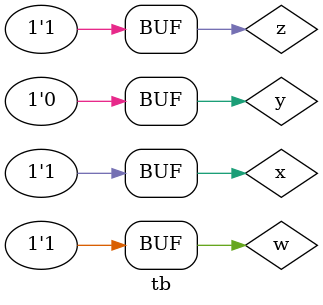
<source format=v>
module tb;
reg w,x,y,z;
wire outB;
wire outG,outD;
ex1_1022 ex(.outB(outB), .outG(outG), .outD(outD), .w(w), .x(x), .y(y), .z(z));
initial begin
    w = 0; x = 0; y = 0; z = 0;
    #10;
    w = 0; x = 1; y = 0; z = 1;
    #10;
    w = 1; x = 0; y = 1; z = 0;
    #10;
    w = 1; x = 1; y = 1; z = 1;
    #10;
    w = 1; x = 0; y = 1; z = 1;
    #10;
    w = 1; x = 1; y = 0; z = 1;
    #10;
end
initial begin
    $dumpfile("wave.vcd"); //  iverilog -o wave ex1.v tb.v
    $dumpvars(0, tb); // vvp wave
end
endmodule
</source>
